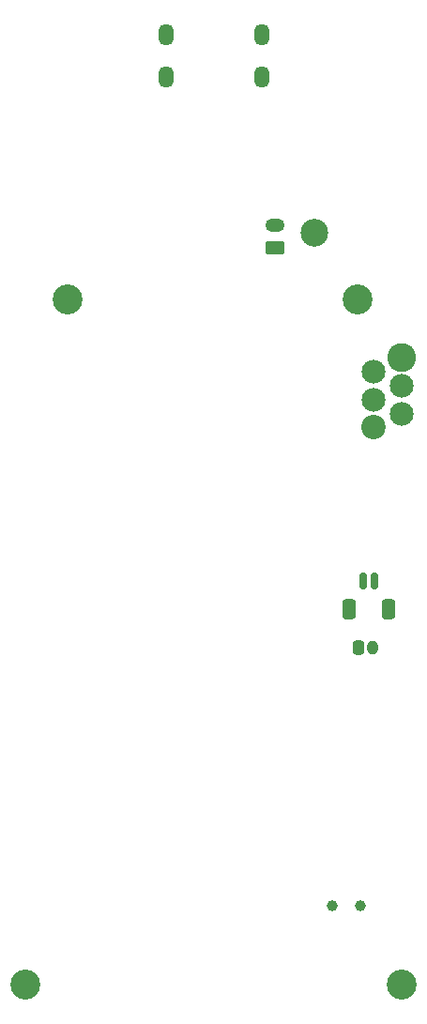
<source format=gbr>
%TF.GenerationSoftware,KiCad,Pcbnew,8.0.6*%
%TF.CreationDate,2024-11-04T21:33:26+05:30*%
%TF.ProjectId,Berrythe,42657272-7974-4686-952e-6b696361645f,rev?*%
%TF.SameCoordinates,Original*%
%TF.FileFunction,Soldermask,Bot*%
%TF.FilePolarity,Negative*%
%FSLAX46Y46*%
G04 Gerber Fmt 4.6, Leading zero omitted, Abs format (unit mm)*
G04 Created by KiCad (PCBNEW 8.0.6) date 2024-11-04 21:33:26*
%MOMM*%
%LPD*%
G01*
G04 APERTURE LIST*
G04 Aperture macros list*
%AMRoundRect*
0 Rectangle with rounded corners*
0 $1 Rounding radius*
0 $2 $3 $4 $5 $6 $7 $8 $9 X,Y pos of 4 corners*
0 Add a 4 corners polygon primitive as box body*
4,1,4,$2,$3,$4,$5,$6,$7,$8,$9,$2,$3,0*
0 Add four circle primitives for the rounded corners*
1,1,$1+$1,$2,$3*
1,1,$1+$1,$4,$5*
1,1,$1+$1,$6,$7*
1,1,$1+$1,$8,$9*
0 Add four rect primitives between the rounded corners*
20,1,$1+$1,$2,$3,$4,$5,0*
20,1,$1+$1,$4,$5,$6,$7,0*
20,1,$1+$1,$6,$7,$8,$9,0*
20,1,$1+$1,$8,$9,$2,$3,0*%
G04 Aperture macros list end*
%ADD10C,2.200000*%
%ADD11C,2.600000*%
%ADD12C,2.136000*%
%ADD13C,2.700000*%
%ADD14C,2.500000*%
%ADD15O,1.354000X1.954000*%
%ADD16C,1.000000*%
%ADD17RoundRect,0.250000X-0.350000X-0.650000X0.350000X-0.650000X0.350000X0.650000X-0.350000X0.650000X0*%
%ADD18RoundRect,0.150000X-0.150000X-0.625000X0.150000X-0.625000X0.150000X0.625000X-0.150000X0.625000X0*%
%ADD19RoundRect,0.250000X-0.250000X-0.400000X0.250000X-0.400000X0.250000X0.400000X-0.250000X0.400000X0*%
%ADD20O,1.000000X1.300000*%
%ADD21RoundRect,0.250000X0.625000X-0.350000X0.625000X0.350000X-0.625000X0.350000X-0.625000X-0.350000X0*%
%ADD22O,1.750000X1.200000*%
G04 APERTURE END LIST*
D10*
%TO.C,J4*%
X96400000Y-107740000D03*
D11*
X98940000Y-101470000D03*
D12*
X96400000Y-102700000D03*
X98940000Y-103970000D03*
X96400000Y-105240000D03*
X98940000Y-106510000D03*
%TD*%
D13*
%TO.C,H3*%
X65000000Y-158000000D03*
%TD*%
%TO.C,H1*%
X68800000Y-96200000D03*
%TD*%
%TO.C,H4*%
X95000000Y-96200000D03*
%TD*%
D14*
%TO.C,TP1*%
X91100000Y-90200000D03*
%TD*%
D15*
%TO.C,J1*%
X86320000Y-76150000D03*
X77680000Y-76150000D03*
X86320000Y-72350000D03*
X77680000Y-72350000D03*
%TD*%
D13*
%TO.C,H2*%
X99000000Y-158000000D03*
%TD*%
D16*
%TO.C,SW1*%
X92730000Y-150900000D03*
X95270000Y-150900000D03*
%TD*%
D17*
%TO.C,J2*%
X94200000Y-124125000D03*
X97800000Y-124125000D03*
D18*
X95500000Y-121600000D03*
X96500000Y-121600000D03*
%TD*%
D19*
%TO.C,J3*%
X95100000Y-127600000D03*
D20*
X96350000Y-127600000D03*
%TD*%
D21*
%TO.C,BT1*%
X87500000Y-91500000D03*
D22*
X87500000Y-89500000D03*
%TD*%
M02*

</source>
